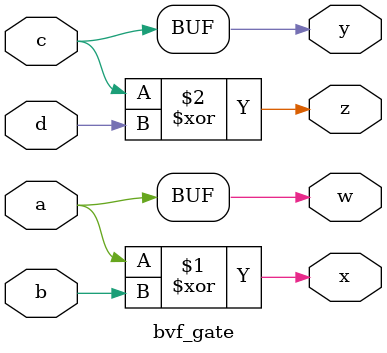
<source format=v>
`timescale 1ns / 1ps


module bvf_gate(
    input a,b,c,d,
    output w,x,y,z
    );
    assign w = a;
    assign x = a^b;
    assign y = c;
    assign z = c^d;
endmodule

</source>
